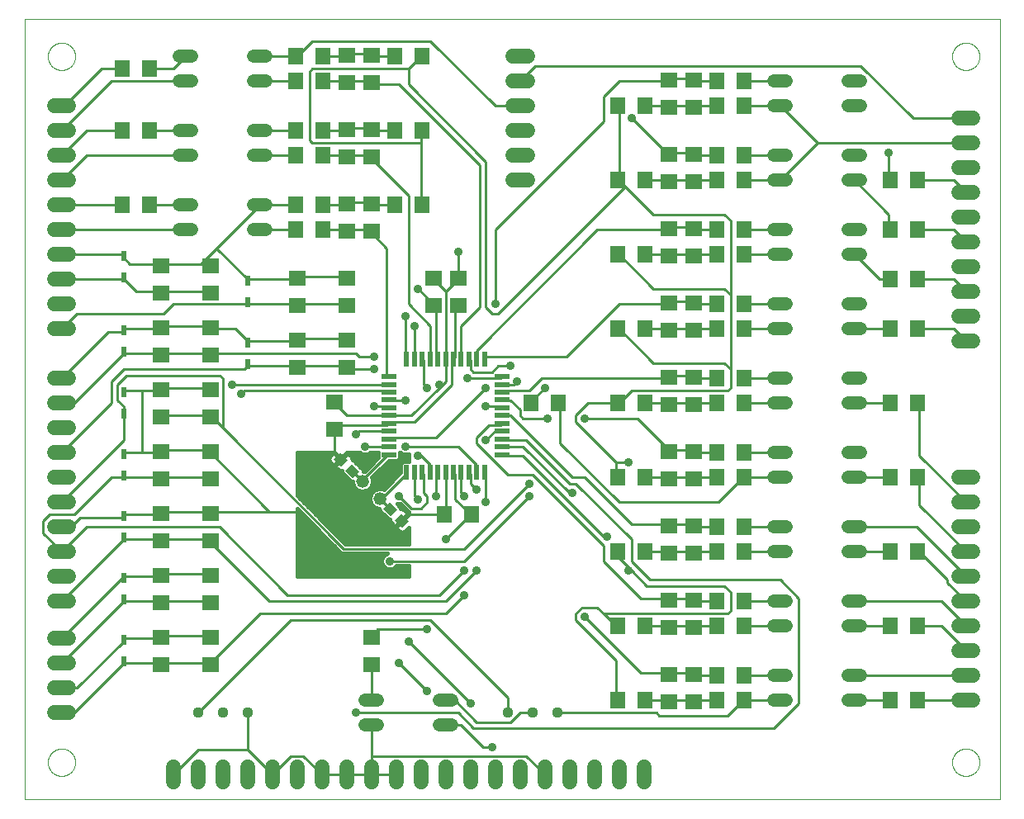
<source format=gtl>
G75*
%MOIN*%
%OFA0B0*%
%FSLAX25Y25*%
%IPPOS*%
%LPD*%
%AMOC8*
5,1,8,0,0,1.08239X$1,22.5*
%
%ADD10C,0.00000*%
%ADD11R,0.05906X0.01969*%
%ADD12R,0.01969X0.05906*%
%ADD13R,0.06299X0.07087*%
%ADD14R,0.07087X0.06299*%
%ADD15R,0.07098X0.06299*%
%ADD16C,0.05200*%
%ADD17R,0.06299X0.07098*%
%ADD18C,0.06000*%
%ADD19C,0.04400*%
%ADD20R,0.02362X0.03937*%
%ADD21C,0.05200*%
%ADD22R,0.04331X0.03937*%
%ADD23C,0.05937*%
%ADD24C,0.01000*%
%ADD25C,0.03600*%
%ADD26C,0.01600*%
D10*
X0008000Y0004500D02*
X0008000Y0319461D01*
X0401701Y0319461D01*
X0401701Y0004500D01*
X0008000Y0004500D01*
X0017488Y0019500D02*
X0017490Y0019648D01*
X0017496Y0019796D01*
X0017506Y0019944D01*
X0017520Y0020091D01*
X0017538Y0020238D01*
X0017559Y0020384D01*
X0017585Y0020530D01*
X0017615Y0020675D01*
X0017648Y0020819D01*
X0017686Y0020962D01*
X0017727Y0021104D01*
X0017772Y0021245D01*
X0017820Y0021385D01*
X0017873Y0021524D01*
X0017929Y0021661D01*
X0017989Y0021796D01*
X0018052Y0021930D01*
X0018119Y0022062D01*
X0018190Y0022192D01*
X0018264Y0022320D01*
X0018341Y0022446D01*
X0018422Y0022570D01*
X0018506Y0022692D01*
X0018593Y0022811D01*
X0018684Y0022928D01*
X0018778Y0023043D01*
X0018874Y0023155D01*
X0018974Y0023265D01*
X0019076Y0023371D01*
X0019182Y0023475D01*
X0019290Y0023576D01*
X0019401Y0023674D01*
X0019514Y0023770D01*
X0019630Y0023862D01*
X0019748Y0023951D01*
X0019869Y0024036D01*
X0019992Y0024119D01*
X0020117Y0024198D01*
X0020244Y0024274D01*
X0020373Y0024346D01*
X0020504Y0024415D01*
X0020637Y0024480D01*
X0020772Y0024541D01*
X0020908Y0024599D01*
X0021045Y0024654D01*
X0021184Y0024704D01*
X0021325Y0024751D01*
X0021466Y0024794D01*
X0021609Y0024834D01*
X0021753Y0024869D01*
X0021897Y0024901D01*
X0022043Y0024928D01*
X0022189Y0024952D01*
X0022336Y0024972D01*
X0022483Y0024988D01*
X0022630Y0025000D01*
X0022778Y0025008D01*
X0022926Y0025012D01*
X0023074Y0025012D01*
X0023222Y0025008D01*
X0023370Y0025000D01*
X0023517Y0024988D01*
X0023664Y0024972D01*
X0023811Y0024952D01*
X0023957Y0024928D01*
X0024103Y0024901D01*
X0024247Y0024869D01*
X0024391Y0024834D01*
X0024534Y0024794D01*
X0024675Y0024751D01*
X0024816Y0024704D01*
X0024955Y0024654D01*
X0025092Y0024599D01*
X0025228Y0024541D01*
X0025363Y0024480D01*
X0025496Y0024415D01*
X0025627Y0024346D01*
X0025756Y0024274D01*
X0025883Y0024198D01*
X0026008Y0024119D01*
X0026131Y0024036D01*
X0026252Y0023951D01*
X0026370Y0023862D01*
X0026486Y0023770D01*
X0026599Y0023674D01*
X0026710Y0023576D01*
X0026818Y0023475D01*
X0026924Y0023371D01*
X0027026Y0023265D01*
X0027126Y0023155D01*
X0027222Y0023043D01*
X0027316Y0022928D01*
X0027407Y0022811D01*
X0027494Y0022692D01*
X0027578Y0022570D01*
X0027659Y0022446D01*
X0027736Y0022320D01*
X0027810Y0022192D01*
X0027881Y0022062D01*
X0027948Y0021930D01*
X0028011Y0021796D01*
X0028071Y0021661D01*
X0028127Y0021524D01*
X0028180Y0021385D01*
X0028228Y0021245D01*
X0028273Y0021104D01*
X0028314Y0020962D01*
X0028352Y0020819D01*
X0028385Y0020675D01*
X0028415Y0020530D01*
X0028441Y0020384D01*
X0028462Y0020238D01*
X0028480Y0020091D01*
X0028494Y0019944D01*
X0028504Y0019796D01*
X0028510Y0019648D01*
X0028512Y0019500D01*
X0028510Y0019352D01*
X0028504Y0019204D01*
X0028494Y0019056D01*
X0028480Y0018909D01*
X0028462Y0018762D01*
X0028441Y0018616D01*
X0028415Y0018470D01*
X0028385Y0018325D01*
X0028352Y0018181D01*
X0028314Y0018038D01*
X0028273Y0017896D01*
X0028228Y0017755D01*
X0028180Y0017615D01*
X0028127Y0017476D01*
X0028071Y0017339D01*
X0028011Y0017204D01*
X0027948Y0017070D01*
X0027881Y0016938D01*
X0027810Y0016808D01*
X0027736Y0016680D01*
X0027659Y0016554D01*
X0027578Y0016430D01*
X0027494Y0016308D01*
X0027407Y0016189D01*
X0027316Y0016072D01*
X0027222Y0015957D01*
X0027126Y0015845D01*
X0027026Y0015735D01*
X0026924Y0015629D01*
X0026818Y0015525D01*
X0026710Y0015424D01*
X0026599Y0015326D01*
X0026486Y0015230D01*
X0026370Y0015138D01*
X0026252Y0015049D01*
X0026131Y0014964D01*
X0026008Y0014881D01*
X0025883Y0014802D01*
X0025756Y0014726D01*
X0025627Y0014654D01*
X0025496Y0014585D01*
X0025363Y0014520D01*
X0025228Y0014459D01*
X0025092Y0014401D01*
X0024955Y0014346D01*
X0024816Y0014296D01*
X0024675Y0014249D01*
X0024534Y0014206D01*
X0024391Y0014166D01*
X0024247Y0014131D01*
X0024103Y0014099D01*
X0023957Y0014072D01*
X0023811Y0014048D01*
X0023664Y0014028D01*
X0023517Y0014012D01*
X0023370Y0014000D01*
X0023222Y0013992D01*
X0023074Y0013988D01*
X0022926Y0013988D01*
X0022778Y0013992D01*
X0022630Y0014000D01*
X0022483Y0014012D01*
X0022336Y0014028D01*
X0022189Y0014048D01*
X0022043Y0014072D01*
X0021897Y0014099D01*
X0021753Y0014131D01*
X0021609Y0014166D01*
X0021466Y0014206D01*
X0021325Y0014249D01*
X0021184Y0014296D01*
X0021045Y0014346D01*
X0020908Y0014401D01*
X0020772Y0014459D01*
X0020637Y0014520D01*
X0020504Y0014585D01*
X0020373Y0014654D01*
X0020244Y0014726D01*
X0020117Y0014802D01*
X0019992Y0014881D01*
X0019869Y0014964D01*
X0019748Y0015049D01*
X0019630Y0015138D01*
X0019514Y0015230D01*
X0019401Y0015326D01*
X0019290Y0015424D01*
X0019182Y0015525D01*
X0019076Y0015629D01*
X0018974Y0015735D01*
X0018874Y0015845D01*
X0018778Y0015957D01*
X0018684Y0016072D01*
X0018593Y0016189D01*
X0018506Y0016308D01*
X0018422Y0016430D01*
X0018341Y0016554D01*
X0018264Y0016680D01*
X0018190Y0016808D01*
X0018119Y0016938D01*
X0018052Y0017070D01*
X0017989Y0017204D01*
X0017929Y0017339D01*
X0017873Y0017476D01*
X0017820Y0017615D01*
X0017772Y0017755D01*
X0017727Y0017896D01*
X0017686Y0018038D01*
X0017648Y0018181D01*
X0017615Y0018325D01*
X0017585Y0018470D01*
X0017559Y0018616D01*
X0017538Y0018762D01*
X0017520Y0018909D01*
X0017506Y0019056D01*
X0017496Y0019204D01*
X0017490Y0019352D01*
X0017488Y0019500D01*
X0017488Y0304500D02*
X0017490Y0304648D01*
X0017496Y0304796D01*
X0017506Y0304944D01*
X0017520Y0305091D01*
X0017538Y0305238D01*
X0017559Y0305384D01*
X0017585Y0305530D01*
X0017615Y0305675D01*
X0017648Y0305819D01*
X0017686Y0305962D01*
X0017727Y0306104D01*
X0017772Y0306245D01*
X0017820Y0306385D01*
X0017873Y0306524D01*
X0017929Y0306661D01*
X0017989Y0306796D01*
X0018052Y0306930D01*
X0018119Y0307062D01*
X0018190Y0307192D01*
X0018264Y0307320D01*
X0018341Y0307446D01*
X0018422Y0307570D01*
X0018506Y0307692D01*
X0018593Y0307811D01*
X0018684Y0307928D01*
X0018778Y0308043D01*
X0018874Y0308155D01*
X0018974Y0308265D01*
X0019076Y0308371D01*
X0019182Y0308475D01*
X0019290Y0308576D01*
X0019401Y0308674D01*
X0019514Y0308770D01*
X0019630Y0308862D01*
X0019748Y0308951D01*
X0019869Y0309036D01*
X0019992Y0309119D01*
X0020117Y0309198D01*
X0020244Y0309274D01*
X0020373Y0309346D01*
X0020504Y0309415D01*
X0020637Y0309480D01*
X0020772Y0309541D01*
X0020908Y0309599D01*
X0021045Y0309654D01*
X0021184Y0309704D01*
X0021325Y0309751D01*
X0021466Y0309794D01*
X0021609Y0309834D01*
X0021753Y0309869D01*
X0021897Y0309901D01*
X0022043Y0309928D01*
X0022189Y0309952D01*
X0022336Y0309972D01*
X0022483Y0309988D01*
X0022630Y0310000D01*
X0022778Y0310008D01*
X0022926Y0310012D01*
X0023074Y0310012D01*
X0023222Y0310008D01*
X0023370Y0310000D01*
X0023517Y0309988D01*
X0023664Y0309972D01*
X0023811Y0309952D01*
X0023957Y0309928D01*
X0024103Y0309901D01*
X0024247Y0309869D01*
X0024391Y0309834D01*
X0024534Y0309794D01*
X0024675Y0309751D01*
X0024816Y0309704D01*
X0024955Y0309654D01*
X0025092Y0309599D01*
X0025228Y0309541D01*
X0025363Y0309480D01*
X0025496Y0309415D01*
X0025627Y0309346D01*
X0025756Y0309274D01*
X0025883Y0309198D01*
X0026008Y0309119D01*
X0026131Y0309036D01*
X0026252Y0308951D01*
X0026370Y0308862D01*
X0026486Y0308770D01*
X0026599Y0308674D01*
X0026710Y0308576D01*
X0026818Y0308475D01*
X0026924Y0308371D01*
X0027026Y0308265D01*
X0027126Y0308155D01*
X0027222Y0308043D01*
X0027316Y0307928D01*
X0027407Y0307811D01*
X0027494Y0307692D01*
X0027578Y0307570D01*
X0027659Y0307446D01*
X0027736Y0307320D01*
X0027810Y0307192D01*
X0027881Y0307062D01*
X0027948Y0306930D01*
X0028011Y0306796D01*
X0028071Y0306661D01*
X0028127Y0306524D01*
X0028180Y0306385D01*
X0028228Y0306245D01*
X0028273Y0306104D01*
X0028314Y0305962D01*
X0028352Y0305819D01*
X0028385Y0305675D01*
X0028415Y0305530D01*
X0028441Y0305384D01*
X0028462Y0305238D01*
X0028480Y0305091D01*
X0028494Y0304944D01*
X0028504Y0304796D01*
X0028510Y0304648D01*
X0028512Y0304500D01*
X0028510Y0304352D01*
X0028504Y0304204D01*
X0028494Y0304056D01*
X0028480Y0303909D01*
X0028462Y0303762D01*
X0028441Y0303616D01*
X0028415Y0303470D01*
X0028385Y0303325D01*
X0028352Y0303181D01*
X0028314Y0303038D01*
X0028273Y0302896D01*
X0028228Y0302755D01*
X0028180Y0302615D01*
X0028127Y0302476D01*
X0028071Y0302339D01*
X0028011Y0302204D01*
X0027948Y0302070D01*
X0027881Y0301938D01*
X0027810Y0301808D01*
X0027736Y0301680D01*
X0027659Y0301554D01*
X0027578Y0301430D01*
X0027494Y0301308D01*
X0027407Y0301189D01*
X0027316Y0301072D01*
X0027222Y0300957D01*
X0027126Y0300845D01*
X0027026Y0300735D01*
X0026924Y0300629D01*
X0026818Y0300525D01*
X0026710Y0300424D01*
X0026599Y0300326D01*
X0026486Y0300230D01*
X0026370Y0300138D01*
X0026252Y0300049D01*
X0026131Y0299964D01*
X0026008Y0299881D01*
X0025883Y0299802D01*
X0025756Y0299726D01*
X0025627Y0299654D01*
X0025496Y0299585D01*
X0025363Y0299520D01*
X0025228Y0299459D01*
X0025092Y0299401D01*
X0024955Y0299346D01*
X0024816Y0299296D01*
X0024675Y0299249D01*
X0024534Y0299206D01*
X0024391Y0299166D01*
X0024247Y0299131D01*
X0024103Y0299099D01*
X0023957Y0299072D01*
X0023811Y0299048D01*
X0023664Y0299028D01*
X0023517Y0299012D01*
X0023370Y0299000D01*
X0023222Y0298992D01*
X0023074Y0298988D01*
X0022926Y0298988D01*
X0022778Y0298992D01*
X0022630Y0299000D01*
X0022483Y0299012D01*
X0022336Y0299028D01*
X0022189Y0299048D01*
X0022043Y0299072D01*
X0021897Y0299099D01*
X0021753Y0299131D01*
X0021609Y0299166D01*
X0021466Y0299206D01*
X0021325Y0299249D01*
X0021184Y0299296D01*
X0021045Y0299346D01*
X0020908Y0299401D01*
X0020772Y0299459D01*
X0020637Y0299520D01*
X0020504Y0299585D01*
X0020373Y0299654D01*
X0020244Y0299726D01*
X0020117Y0299802D01*
X0019992Y0299881D01*
X0019869Y0299964D01*
X0019748Y0300049D01*
X0019630Y0300138D01*
X0019514Y0300230D01*
X0019401Y0300326D01*
X0019290Y0300424D01*
X0019182Y0300525D01*
X0019076Y0300629D01*
X0018974Y0300735D01*
X0018874Y0300845D01*
X0018778Y0300957D01*
X0018684Y0301072D01*
X0018593Y0301189D01*
X0018506Y0301308D01*
X0018422Y0301430D01*
X0018341Y0301554D01*
X0018264Y0301680D01*
X0018190Y0301808D01*
X0018119Y0301938D01*
X0018052Y0302070D01*
X0017989Y0302204D01*
X0017929Y0302339D01*
X0017873Y0302476D01*
X0017820Y0302615D01*
X0017772Y0302755D01*
X0017727Y0302896D01*
X0017686Y0303038D01*
X0017648Y0303181D01*
X0017615Y0303325D01*
X0017585Y0303470D01*
X0017559Y0303616D01*
X0017538Y0303762D01*
X0017520Y0303909D01*
X0017506Y0304056D01*
X0017496Y0304204D01*
X0017490Y0304352D01*
X0017488Y0304500D01*
X0382488Y0304500D02*
X0382490Y0304648D01*
X0382496Y0304796D01*
X0382506Y0304944D01*
X0382520Y0305091D01*
X0382538Y0305238D01*
X0382559Y0305384D01*
X0382585Y0305530D01*
X0382615Y0305675D01*
X0382648Y0305819D01*
X0382686Y0305962D01*
X0382727Y0306104D01*
X0382772Y0306245D01*
X0382820Y0306385D01*
X0382873Y0306524D01*
X0382929Y0306661D01*
X0382989Y0306796D01*
X0383052Y0306930D01*
X0383119Y0307062D01*
X0383190Y0307192D01*
X0383264Y0307320D01*
X0383341Y0307446D01*
X0383422Y0307570D01*
X0383506Y0307692D01*
X0383593Y0307811D01*
X0383684Y0307928D01*
X0383778Y0308043D01*
X0383874Y0308155D01*
X0383974Y0308265D01*
X0384076Y0308371D01*
X0384182Y0308475D01*
X0384290Y0308576D01*
X0384401Y0308674D01*
X0384514Y0308770D01*
X0384630Y0308862D01*
X0384748Y0308951D01*
X0384869Y0309036D01*
X0384992Y0309119D01*
X0385117Y0309198D01*
X0385244Y0309274D01*
X0385373Y0309346D01*
X0385504Y0309415D01*
X0385637Y0309480D01*
X0385772Y0309541D01*
X0385908Y0309599D01*
X0386045Y0309654D01*
X0386184Y0309704D01*
X0386325Y0309751D01*
X0386466Y0309794D01*
X0386609Y0309834D01*
X0386753Y0309869D01*
X0386897Y0309901D01*
X0387043Y0309928D01*
X0387189Y0309952D01*
X0387336Y0309972D01*
X0387483Y0309988D01*
X0387630Y0310000D01*
X0387778Y0310008D01*
X0387926Y0310012D01*
X0388074Y0310012D01*
X0388222Y0310008D01*
X0388370Y0310000D01*
X0388517Y0309988D01*
X0388664Y0309972D01*
X0388811Y0309952D01*
X0388957Y0309928D01*
X0389103Y0309901D01*
X0389247Y0309869D01*
X0389391Y0309834D01*
X0389534Y0309794D01*
X0389675Y0309751D01*
X0389816Y0309704D01*
X0389955Y0309654D01*
X0390092Y0309599D01*
X0390228Y0309541D01*
X0390363Y0309480D01*
X0390496Y0309415D01*
X0390627Y0309346D01*
X0390756Y0309274D01*
X0390883Y0309198D01*
X0391008Y0309119D01*
X0391131Y0309036D01*
X0391252Y0308951D01*
X0391370Y0308862D01*
X0391486Y0308770D01*
X0391599Y0308674D01*
X0391710Y0308576D01*
X0391818Y0308475D01*
X0391924Y0308371D01*
X0392026Y0308265D01*
X0392126Y0308155D01*
X0392222Y0308043D01*
X0392316Y0307928D01*
X0392407Y0307811D01*
X0392494Y0307692D01*
X0392578Y0307570D01*
X0392659Y0307446D01*
X0392736Y0307320D01*
X0392810Y0307192D01*
X0392881Y0307062D01*
X0392948Y0306930D01*
X0393011Y0306796D01*
X0393071Y0306661D01*
X0393127Y0306524D01*
X0393180Y0306385D01*
X0393228Y0306245D01*
X0393273Y0306104D01*
X0393314Y0305962D01*
X0393352Y0305819D01*
X0393385Y0305675D01*
X0393415Y0305530D01*
X0393441Y0305384D01*
X0393462Y0305238D01*
X0393480Y0305091D01*
X0393494Y0304944D01*
X0393504Y0304796D01*
X0393510Y0304648D01*
X0393512Y0304500D01*
X0393510Y0304352D01*
X0393504Y0304204D01*
X0393494Y0304056D01*
X0393480Y0303909D01*
X0393462Y0303762D01*
X0393441Y0303616D01*
X0393415Y0303470D01*
X0393385Y0303325D01*
X0393352Y0303181D01*
X0393314Y0303038D01*
X0393273Y0302896D01*
X0393228Y0302755D01*
X0393180Y0302615D01*
X0393127Y0302476D01*
X0393071Y0302339D01*
X0393011Y0302204D01*
X0392948Y0302070D01*
X0392881Y0301938D01*
X0392810Y0301808D01*
X0392736Y0301680D01*
X0392659Y0301554D01*
X0392578Y0301430D01*
X0392494Y0301308D01*
X0392407Y0301189D01*
X0392316Y0301072D01*
X0392222Y0300957D01*
X0392126Y0300845D01*
X0392026Y0300735D01*
X0391924Y0300629D01*
X0391818Y0300525D01*
X0391710Y0300424D01*
X0391599Y0300326D01*
X0391486Y0300230D01*
X0391370Y0300138D01*
X0391252Y0300049D01*
X0391131Y0299964D01*
X0391008Y0299881D01*
X0390883Y0299802D01*
X0390756Y0299726D01*
X0390627Y0299654D01*
X0390496Y0299585D01*
X0390363Y0299520D01*
X0390228Y0299459D01*
X0390092Y0299401D01*
X0389955Y0299346D01*
X0389816Y0299296D01*
X0389675Y0299249D01*
X0389534Y0299206D01*
X0389391Y0299166D01*
X0389247Y0299131D01*
X0389103Y0299099D01*
X0388957Y0299072D01*
X0388811Y0299048D01*
X0388664Y0299028D01*
X0388517Y0299012D01*
X0388370Y0299000D01*
X0388222Y0298992D01*
X0388074Y0298988D01*
X0387926Y0298988D01*
X0387778Y0298992D01*
X0387630Y0299000D01*
X0387483Y0299012D01*
X0387336Y0299028D01*
X0387189Y0299048D01*
X0387043Y0299072D01*
X0386897Y0299099D01*
X0386753Y0299131D01*
X0386609Y0299166D01*
X0386466Y0299206D01*
X0386325Y0299249D01*
X0386184Y0299296D01*
X0386045Y0299346D01*
X0385908Y0299401D01*
X0385772Y0299459D01*
X0385637Y0299520D01*
X0385504Y0299585D01*
X0385373Y0299654D01*
X0385244Y0299726D01*
X0385117Y0299802D01*
X0384992Y0299881D01*
X0384869Y0299964D01*
X0384748Y0300049D01*
X0384630Y0300138D01*
X0384514Y0300230D01*
X0384401Y0300326D01*
X0384290Y0300424D01*
X0384182Y0300525D01*
X0384076Y0300629D01*
X0383974Y0300735D01*
X0383874Y0300845D01*
X0383778Y0300957D01*
X0383684Y0301072D01*
X0383593Y0301189D01*
X0383506Y0301308D01*
X0383422Y0301430D01*
X0383341Y0301554D01*
X0383264Y0301680D01*
X0383190Y0301808D01*
X0383119Y0301938D01*
X0383052Y0302070D01*
X0382989Y0302204D01*
X0382929Y0302339D01*
X0382873Y0302476D01*
X0382820Y0302615D01*
X0382772Y0302755D01*
X0382727Y0302896D01*
X0382686Y0303038D01*
X0382648Y0303181D01*
X0382615Y0303325D01*
X0382585Y0303470D01*
X0382559Y0303616D01*
X0382538Y0303762D01*
X0382520Y0303909D01*
X0382506Y0304056D01*
X0382496Y0304204D01*
X0382490Y0304352D01*
X0382488Y0304500D01*
X0382488Y0019500D02*
X0382490Y0019648D01*
X0382496Y0019796D01*
X0382506Y0019944D01*
X0382520Y0020091D01*
X0382538Y0020238D01*
X0382559Y0020384D01*
X0382585Y0020530D01*
X0382615Y0020675D01*
X0382648Y0020819D01*
X0382686Y0020962D01*
X0382727Y0021104D01*
X0382772Y0021245D01*
X0382820Y0021385D01*
X0382873Y0021524D01*
X0382929Y0021661D01*
X0382989Y0021796D01*
X0383052Y0021930D01*
X0383119Y0022062D01*
X0383190Y0022192D01*
X0383264Y0022320D01*
X0383341Y0022446D01*
X0383422Y0022570D01*
X0383506Y0022692D01*
X0383593Y0022811D01*
X0383684Y0022928D01*
X0383778Y0023043D01*
X0383874Y0023155D01*
X0383974Y0023265D01*
X0384076Y0023371D01*
X0384182Y0023475D01*
X0384290Y0023576D01*
X0384401Y0023674D01*
X0384514Y0023770D01*
X0384630Y0023862D01*
X0384748Y0023951D01*
X0384869Y0024036D01*
X0384992Y0024119D01*
X0385117Y0024198D01*
X0385244Y0024274D01*
X0385373Y0024346D01*
X0385504Y0024415D01*
X0385637Y0024480D01*
X0385772Y0024541D01*
X0385908Y0024599D01*
X0386045Y0024654D01*
X0386184Y0024704D01*
X0386325Y0024751D01*
X0386466Y0024794D01*
X0386609Y0024834D01*
X0386753Y0024869D01*
X0386897Y0024901D01*
X0387043Y0024928D01*
X0387189Y0024952D01*
X0387336Y0024972D01*
X0387483Y0024988D01*
X0387630Y0025000D01*
X0387778Y0025008D01*
X0387926Y0025012D01*
X0388074Y0025012D01*
X0388222Y0025008D01*
X0388370Y0025000D01*
X0388517Y0024988D01*
X0388664Y0024972D01*
X0388811Y0024952D01*
X0388957Y0024928D01*
X0389103Y0024901D01*
X0389247Y0024869D01*
X0389391Y0024834D01*
X0389534Y0024794D01*
X0389675Y0024751D01*
X0389816Y0024704D01*
X0389955Y0024654D01*
X0390092Y0024599D01*
X0390228Y0024541D01*
X0390363Y0024480D01*
X0390496Y0024415D01*
X0390627Y0024346D01*
X0390756Y0024274D01*
X0390883Y0024198D01*
X0391008Y0024119D01*
X0391131Y0024036D01*
X0391252Y0023951D01*
X0391370Y0023862D01*
X0391486Y0023770D01*
X0391599Y0023674D01*
X0391710Y0023576D01*
X0391818Y0023475D01*
X0391924Y0023371D01*
X0392026Y0023265D01*
X0392126Y0023155D01*
X0392222Y0023043D01*
X0392316Y0022928D01*
X0392407Y0022811D01*
X0392494Y0022692D01*
X0392578Y0022570D01*
X0392659Y0022446D01*
X0392736Y0022320D01*
X0392810Y0022192D01*
X0392881Y0022062D01*
X0392948Y0021930D01*
X0393011Y0021796D01*
X0393071Y0021661D01*
X0393127Y0021524D01*
X0393180Y0021385D01*
X0393228Y0021245D01*
X0393273Y0021104D01*
X0393314Y0020962D01*
X0393352Y0020819D01*
X0393385Y0020675D01*
X0393415Y0020530D01*
X0393441Y0020384D01*
X0393462Y0020238D01*
X0393480Y0020091D01*
X0393494Y0019944D01*
X0393504Y0019796D01*
X0393510Y0019648D01*
X0393512Y0019500D01*
X0393510Y0019352D01*
X0393504Y0019204D01*
X0393494Y0019056D01*
X0393480Y0018909D01*
X0393462Y0018762D01*
X0393441Y0018616D01*
X0393415Y0018470D01*
X0393385Y0018325D01*
X0393352Y0018181D01*
X0393314Y0018038D01*
X0393273Y0017896D01*
X0393228Y0017755D01*
X0393180Y0017615D01*
X0393127Y0017476D01*
X0393071Y0017339D01*
X0393011Y0017204D01*
X0392948Y0017070D01*
X0392881Y0016938D01*
X0392810Y0016808D01*
X0392736Y0016680D01*
X0392659Y0016554D01*
X0392578Y0016430D01*
X0392494Y0016308D01*
X0392407Y0016189D01*
X0392316Y0016072D01*
X0392222Y0015957D01*
X0392126Y0015845D01*
X0392026Y0015735D01*
X0391924Y0015629D01*
X0391818Y0015525D01*
X0391710Y0015424D01*
X0391599Y0015326D01*
X0391486Y0015230D01*
X0391370Y0015138D01*
X0391252Y0015049D01*
X0391131Y0014964D01*
X0391008Y0014881D01*
X0390883Y0014802D01*
X0390756Y0014726D01*
X0390627Y0014654D01*
X0390496Y0014585D01*
X0390363Y0014520D01*
X0390228Y0014459D01*
X0390092Y0014401D01*
X0389955Y0014346D01*
X0389816Y0014296D01*
X0389675Y0014249D01*
X0389534Y0014206D01*
X0389391Y0014166D01*
X0389247Y0014131D01*
X0389103Y0014099D01*
X0388957Y0014072D01*
X0388811Y0014048D01*
X0388664Y0014028D01*
X0388517Y0014012D01*
X0388370Y0014000D01*
X0388222Y0013992D01*
X0388074Y0013988D01*
X0387926Y0013988D01*
X0387778Y0013992D01*
X0387630Y0014000D01*
X0387483Y0014012D01*
X0387336Y0014028D01*
X0387189Y0014048D01*
X0387043Y0014072D01*
X0386897Y0014099D01*
X0386753Y0014131D01*
X0386609Y0014166D01*
X0386466Y0014206D01*
X0386325Y0014249D01*
X0386184Y0014296D01*
X0386045Y0014346D01*
X0385908Y0014401D01*
X0385772Y0014459D01*
X0385637Y0014520D01*
X0385504Y0014585D01*
X0385373Y0014654D01*
X0385244Y0014726D01*
X0385117Y0014802D01*
X0384992Y0014881D01*
X0384869Y0014964D01*
X0384748Y0015049D01*
X0384630Y0015138D01*
X0384514Y0015230D01*
X0384401Y0015326D01*
X0384290Y0015424D01*
X0384182Y0015525D01*
X0384076Y0015629D01*
X0383974Y0015735D01*
X0383874Y0015845D01*
X0383778Y0015957D01*
X0383684Y0016072D01*
X0383593Y0016189D01*
X0383506Y0016308D01*
X0383422Y0016430D01*
X0383341Y0016554D01*
X0383264Y0016680D01*
X0383190Y0016808D01*
X0383119Y0016938D01*
X0383052Y0017070D01*
X0382989Y0017204D01*
X0382929Y0017339D01*
X0382873Y0017476D01*
X0382820Y0017615D01*
X0382772Y0017755D01*
X0382727Y0017896D01*
X0382686Y0018038D01*
X0382648Y0018181D01*
X0382615Y0018325D01*
X0382585Y0018470D01*
X0382559Y0018616D01*
X0382538Y0018762D01*
X0382520Y0018909D01*
X0382506Y0019056D01*
X0382496Y0019204D01*
X0382490Y0019352D01*
X0382488Y0019500D01*
D11*
X0200835Y0143752D03*
X0200835Y0146902D03*
X0200835Y0150051D03*
X0200835Y0153201D03*
X0200835Y0156350D03*
X0200835Y0159500D03*
X0200835Y0162650D03*
X0200835Y0165799D03*
X0200835Y0168949D03*
X0200835Y0172098D03*
X0200835Y0175248D03*
X0155165Y0175248D03*
X0155165Y0172098D03*
X0155165Y0168949D03*
X0155165Y0165799D03*
X0155165Y0162650D03*
X0155165Y0159500D03*
X0155165Y0156350D03*
X0155165Y0153201D03*
X0155165Y0150051D03*
X0155165Y0146902D03*
X0155165Y0143752D03*
D12*
X0162252Y0136665D03*
X0165402Y0136665D03*
X0168551Y0136665D03*
X0171701Y0136665D03*
X0174850Y0136665D03*
X0178000Y0136665D03*
X0181150Y0136665D03*
X0184299Y0136665D03*
X0187449Y0136665D03*
X0190598Y0136665D03*
X0193748Y0136665D03*
X0193748Y0182335D03*
X0190598Y0182335D03*
X0187449Y0182335D03*
X0184299Y0182335D03*
X0181150Y0182335D03*
X0178000Y0182335D03*
X0174850Y0182335D03*
X0171701Y0182335D03*
X0168551Y0182335D03*
X0165402Y0182335D03*
X0162252Y0182335D03*
D13*
X0212488Y0164500D03*
X0223512Y0164500D03*
X0188512Y0119500D03*
X0177488Y0119500D03*
D14*
X0133000Y0153988D03*
X0133000Y0165012D03*
X0138000Y0178988D03*
X0138000Y0190012D03*
X0138000Y0203988D03*
X0138000Y0215012D03*
X0183000Y0215012D03*
X0183000Y0203988D03*
X0083000Y0208988D03*
X0083000Y0220012D03*
X0083000Y0195012D03*
X0083000Y0183988D03*
X0083000Y0170012D03*
X0083000Y0158988D03*
X0083000Y0145012D03*
X0083000Y0133988D03*
X0083000Y0120012D03*
X0083000Y0108988D03*
X0083000Y0095012D03*
X0083000Y0083988D03*
X0083000Y0070012D03*
X0083000Y0058988D03*
D15*
X0063000Y0058902D03*
X0063000Y0070098D03*
X0063000Y0083902D03*
X0063000Y0095098D03*
X0063000Y0108902D03*
X0063000Y0120098D03*
X0063000Y0133902D03*
X0063000Y0145098D03*
X0063000Y0158902D03*
X0063000Y0170098D03*
X0063000Y0183902D03*
X0063000Y0195098D03*
X0063000Y0208902D03*
X0063000Y0220098D03*
X0118000Y0215098D03*
X0118000Y0203902D03*
X0118000Y0190098D03*
X0118000Y0178902D03*
X0173000Y0203902D03*
X0173000Y0215098D03*
X0148000Y0233902D03*
X0138000Y0233902D03*
X0138000Y0245098D03*
X0148000Y0245098D03*
X0148000Y0263902D03*
X0138000Y0263902D03*
X0138000Y0275098D03*
X0148000Y0275098D03*
X0148000Y0293902D03*
X0138000Y0293902D03*
X0138000Y0305098D03*
X0148000Y0305098D03*
X0268000Y0295098D03*
X0278000Y0295098D03*
X0278000Y0283902D03*
X0268000Y0283902D03*
X0268000Y0265098D03*
X0278000Y0265098D03*
X0278000Y0253902D03*
X0268000Y0253902D03*
X0268000Y0235098D03*
X0278000Y0235098D03*
X0278000Y0223902D03*
X0268000Y0223902D03*
X0268000Y0205098D03*
X0278000Y0205098D03*
X0278000Y0193902D03*
X0268000Y0193902D03*
X0268000Y0175098D03*
X0278000Y0175098D03*
X0278000Y0163902D03*
X0268000Y0163902D03*
X0268000Y0145098D03*
X0278000Y0145098D03*
X0278000Y0133902D03*
X0268000Y0133902D03*
X0268000Y0115098D03*
X0278000Y0115098D03*
X0278000Y0103902D03*
X0268000Y0103902D03*
X0268000Y0085098D03*
X0278000Y0085098D03*
X0278000Y0073902D03*
X0268000Y0073902D03*
X0268000Y0055098D03*
X0278000Y0055098D03*
X0278000Y0043902D03*
X0268000Y0043902D03*
X0148000Y0058902D03*
X0148000Y0070098D03*
D16*
X0145400Y0044500D02*
X0150600Y0044500D01*
X0150600Y0034500D02*
X0145400Y0034500D01*
X0175400Y0034500D02*
X0180600Y0034500D01*
X0180600Y0044500D02*
X0175400Y0044500D01*
X0310400Y0044500D02*
X0315600Y0044500D01*
X0315600Y0054500D02*
X0310400Y0054500D01*
X0310400Y0074500D02*
X0315600Y0074500D01*
X0315600Y0084500D02*
X0310400Y0084500D01*
X0310400Y0104500D02*
X0315600Y0104500D01*
X0315600Y0114500D02*
X0310400Y0114500D01*
X0310400Y0134500D02*
X0315600Y0134500D01*
X0315600Y0144500D02*
X0310400Y0144500D01*
X0310400Y0164500D02*
X0315600Y0164500D01*
X0315600Y0174500D02*
X0310400Y0174500D01*
X0310400Y0194500D02*
X0315600Y0194500D01*
X0315600Y0204500D02*
X0310400Y0204500D01*
X0310400Y0224500D02*
X0315600Y0224500D01*
X0315600Y0234500D02*
X0310400Y0234500D01*
X0310400Y0254500D02*
X0315600Y0254500D01*
X0315600Y0264500D02*
X0310400Y0264500D01*
X0310400Y0284500D02*
X0315600Y0284500D01*
X0315600Y0294500D02*
X0310400Y0294500D01*
X0340400Y0294500D02*
X0345600Y0294500D01*
X0345600Y0284500D02*
X0340400Y0284500D01*
X0340400Y0264500D02*
X0345600Y0264500D01*
X0345600Y0254500D02*
X0340400Y0254500D01*
X0340400Y0234500D02*
X0345600Y0234500D01*
X0345600Y0224500D02*
X0340400Y0224500D01*
X0340400Y0204500D02*
X0345600Y0204500D01*
X0345600Y0194500D02*
X0340400Y0194500D01*
X0340400Y0174500D02*
X0345600Y0174500D01*
X0345600Y0164500D02*
X0340400Y0164500D01*
X0340400Y0144500D02*
X0345600Y0144500D01*
X0345600Y0134500D02*
X0340400Y0134500D01*
X0340400Y0114500D02*
X0345600Y0114500D01*
X0345600Y0104500D02*
X0340400Y0104500D01*
X0340400Y0084500D02*
X0345600Y0084500D01*
X0345600Y0074500D02*
X0340400Y0074500D01*
X0340400Y0054500D02*
X0345600Y0054500D01*
X0345600Y0044500D02*
X0340400Y0044500D01*
X0105600Y0234500D02*
X0100400Y0234500D01*
X0100400Y0244500D02*
X0105600Y0244500D01*
X0105600Y0264500D02*
X0100400Y0264500D01*
X0100400Y0274500D02*
X0105600Y0274500D01*
X0105600Y0294500D02*
X0100400Y0294500D01*
X0100400Y0304500D02*
X0105600Y0304500D01*
X0075600Y0304500D02*
X0070400Y0304500D01*
X0070400Y0294500D02*
X0075600Y0294500D01*
X0075600Y0274500D02*
X0070400Y0274500D01*
X0070400Y0264500D02*
X0075600Y0264500D01*
X0075600Y0244500D02*
X0070400Y0244500D01*
X0070400Y0234500D02*
X0075600Y0234500D01*
D17*
X0058598Y0244500D03*
X0047402Y0244500D03*
X0047402Y0274500D03*
X0058598Y0274500D03*
X0058598Y0299500D03*
X0047402Y0299500D03*
X0117402Y0294500D03*
X0128598Y0294500D03*
X0128598Y0304500D03*
X0117402Y0304500D03*
X0117402Y0274500D03*
X0117402Y0264500D03*
X0128598Y0264500D03*
X0128598Y0274500D03*
X0157402Y0274500D03*
X0168598Y0274500D03*
X0168598Y0244500D03*
X0157402Y0244500D03*
X0128598Y0244500D03*
X0128598Y0234500D03*
X0117402Y0234500D03*
X0117402Y0244500D03*
X0157402Y0304500D03*
X0168598Y0304500D03*
X0247402Y0284500D03*
X0258598Y0284500D03*
X0287402Y0284500D03*
X0298598Y0284500D03*
X0298598Y0294500D03*
X0287402Y0294500D03*
X0287402Y0264500D03*
X0298598Y0264500D03*
X0298598Y0254500D03*
X0287402Y0254500D03*
X0287402Y0234500D03*
X0298598Y0234500D03*
X0298598Y0224500D03*
X0287402Y0224500D03*
X0287402Y0204500D03*
X0298598Y0204500D03*
X0298598Y0194500D03*
X0287402Y0194500D03*
X0287402Y0174500D03*
X0298598Y0174500D03*
X0298598Y0164500D03*
X0287402Y0164500D03*
X0287402Y0144500D03*
X0298598Y0144500D03*
X0298598Y0134500D03*
X0287402Y0134500D03*
X0287402Y0114500D03*
X0298598Y0114500D03*
X0298598Y0104500D03*
X0287402Y0104500D03*
X0287402Y0084500D03*
X0298598Y0084500D03*
X0298598Y0074500D03*
X0287402Y0074500D03*
X0287402Y0054500D03*
X0298598Y0054500D03*
X0298598Y0044500D03*
X0287402Y0044500D03*
X0258598Y0044500D03*
X0247402Y0044500D03*
X0247402Y0074500D03*
X0258598Y0074500D03*
X0258598Y0104500D03*
X0247402Y0104500D03*
X0247402Y0134500D03*
X0258598Y0134500D03*
X0258598Y0164500D03*
X0247402Y0164500D03*
X0247402Y0194500D03*
X0258598Y0194500D03*
X0258598Y0224500D03*
X0247402Y0224500D03*
X0247402Y0254500D03*
X0258598Y0254500D03*
X0357402Y0254500D03*
X0368598Y0254500D03*
X0368598Y0234500D03*
X0357402Y0234500D03*
X0357402Y0214500D03*
X0368598Y0214500D03*
X0368598Y0194500D03*
X0357402Y0194500D03*
X0357402Y0164500D03*
X0368598Y0164500D03*
X0368598Y0134500D03*
X0357402Y0134500D03*
X0357402Y0104500D03*
X0368598Y0104500D03*
X0368598Y0074500D03*
X0357402Y0074500D03*
X0357402Y0044500D03*
X0368598Y0044500D03*
D18*
X0258000Y0017500D02*
X0258000Y0011500D01*
X0248000Y0011500D02*
X0248000Y0017500D01*
X0238000Y0017500D02*
X0238000Y0011500D01*
X0228000Y0011500D02*
X0228000Y0017500D01*
X0218000Y0017500D02*
X0218000Y0011500D01*
X0208000Y0011500D02*
X0208000Y0017500D01*
X0198000Y0017500D02*
X0198000Y0011500D01*
X0188000Y0011500D02*
X0188000Y0017500D01*
X0178000Y0017500D02*
X0178000Y0011500D01*
X0168000Y0011500D02*
X0168000Y0017500D01*
X0158000Y0017500D02*
X0158000Y0011500D01*
X0148000Y0011500D02*
X0148000Y0017500D01*
X0138000Y0017500D02*
X0138000Y0011500D01*
X0128000Y0011500D02*
X0128000Y0017500D01*
X0118000Y0017500D02*
X0118000Y0011500D01*
X0108000Y0011500D02*
X0108000Y0017500D01*
X0098000Y0017500D02*
X0098000Y0011500D01*
X0088000Y0011500D02*
X0088000Y0017500D01*
X0078000Y0017500D02*
X0078000Y0011500D01*
X0068000Y0011500D02*
X0068000Y0017500D01*
X0205000Y0254500D02*
X0211000Y0254500D01*
X0211000Y0264500D02*
X0205000Y0264500D01*
X0205000Y0274500D02*
X0211000Y0274500D01*
X0211000Y0284500D02*
X0205000Y0284500D01*
X0205000Y0294500D02*
X0211000Y0294500D01*
X0211000Y0304500D02*
X0205000Y0304500D01*
D19*
X0203000Y0039500D03*
X0213000Y0039500D03*
X0223000Y0039500D03*
X0098000Y0039500D03*
X0088000Y0039500D03*
X0078000Y0039500D03*
D20*
X0048000Y0060169D03*
X0048000Y0068831D03*
X0048000Y0085169D03*
X0048000Y0093831D03*
X0048000Y0110169D03*
X0048000Y0118831D03*
X0048000Y0135169D03*
X0048000Y0143831D03*
X0048000Y0160169D03*
X0048000Y0168831D03*
X0048000Y0185169D03*
X0048000Y0193831D03*
X0048000Y0215169D03*
X0048000Y0223831D03*
X0098000Y0213831D03*
X0098000Y0205169D03*
X0098000Y0188831D03*
X0098000Y0180169D03*
D21*
X0144464Y0133036D03*
X0151536Y0125964D03*
D22*
G36*
X0155495Y0124788D02*
X0158556Y0121727D01*
X0155773Y0118944D01*
X0152712Y0122005D01*
X0155495Y0124788D01*
G37*
G36*
X0160227Y0120056D02*
X0163288Y0116995D01*
X0160505Y0114212D01*
X0157444Y0117273D01*
X0160227Y0120056D01*
G37*
G36*
X0140505Y0134212D02*
X0137444Y0137273D01*
X0140227Y0140056D01*
X0143288Y0136995D01*
X0140505Y0134212D01*
G37*
G36*
X0135773Y0138944D02*
X0132712Y0142005D01*
X0135495Y0144788D01*
X0138556Y0141727D01*
X0135773Y0138944D01*
G37*
D23*
X0025969Y0134500D02*
X0020031Y0134500D01*
X0020031Y0124500D02*
X0025969Y0124500D01*
X0025969Y0114500D02*
X0020031Y0114500D01*
X0020031Y0104500D02*
X0025969Y0104500D01*
X0025969Y0094500D02*
X0020031Y0094500D01*
X0020031Y0084500D02*
X0025969Y0084500D01*
X0025969Y0069500D02*
X0020031Y0069500D01*
X0020031Y0059500D02*
X0025969Y0059500D01*
X0025969Y0049500D02*
X0020031Y0049500D01*
X0020031Y0039500D02*
X0025969Y0039500D01*
X0025969Y0144500D02*
X0020031Y0144500D01*
X0020031Y0154500D02*
X0025969Y0154500D01*
X0025969Y0164500D02*
X0020031Y0164500D01*
X0020031Y0174500D02*
X0025969Y0174500D01*
X0025969Y0194500D02*
X0020031Y0194500D01*
X0020031Y0204500D02*
X0025969Y0204500D01*
X0025969Y0214500D02*
X0020031Y0214500D01*
X0020031Y0224500D02*
X0025969Y0224500D01*
X0025969Y0234500D02*
X0020031Y0234500D01*
X0020031Y0244500D02*
X0025969Y0244500D01*
X0025969Y0254500D02*
X0020031Y0254500D01*
X0020031Y0264500D02*
X0025969Y0264500D01*
X0025969Y0274500D02*
X0020031Y0274500D01*
X0020031Y0284500D02*
X0025969Y0284500D01*
X0385031Y0279500D02*
X0390969Y0279500D01*
X0390969Y0269500D02*
X0385031Y0269500D01*
X0385031Y0259500D02*
X0390969Y0259500D01*
X0390969Y0249500D02*
X0385031Y0249500D01*
X0385031Y0239500D02*
X0390969Y0239500D01*
X0390969Y0229500D02*
X0385031Y0229500D01*
X0385031Y0219500D02*
X0390969Y0219500D01*
X0390969Y0209500D02*
X0385031Y0209500D01*
X0385031Y0199500D02*
X0390969Y0199500D01*
X0390969Y0189500D02*
X0385031Y0189500D01*
X0385031Y0134500D02*
X0390969Y0134500D01*
X0390969Y0124500D02*
X0385031Y0124500D01*
X0385031Y0114500D02*
X0390969Y0114500D01*
X0390969Y0104500D02*
X0385031Y0104500D01*
X0385031Y0094500D02*
X0390969Y0094500D01*
X0390969Y0084500D02*
X0385031Y0084500D01*
X0385031Y0074500D02*
X0390969Y0074500D01*
X0390969Y0064500D02*
X0385031Y0064500D01*
X0385031Y0054500D02*
X0390969Y0054500D01*
X0390969Y0044500D02*
X0385031Y0044500D01*
D24*
X0388000Y0044500D02*
X0368598Y0044500D01*
X0357402Y0044500D02*
X0343000Y0044500D01*
X0343000Y0054500D02*
X0388000Y0054500D01*
X0388000Y0064500D02*
X0378000Y0074500D01*
X0368598Y0074500D01*
X0357402Y0074500D02*
X0343000Y0074500D01*
X0343000Y0084500D02*
X0378000Y0084500D01*
X0388000Y0074500D01*
X0388000Y0084500D02*
X0380500Y0092000D01*
X0380500Y0093250D01*
X0369250Y0104500D01*
X0368598Y0104500D01*
X0368000Y0114500D02*
X0388000Y0094500D01*
X0388000Y0104500D02*
X0369250Y0123250D01*
X0369250Y0134500D01*
X0368598Y0134500D01*
X0369250Y0143250D02*
X0388000Y0124500D01*
X0368000Y0114500D02*
X0343000Y0114500D01*
X0343000Y0104500D02*
X0357402Y0104500D01*
X0357402Y0134500D02*
X0343000Y0134500D01*
X0369250Y0143250D02*
X0369250Y0164500D01*
X0368598Y0164500D01*
X0357402Y0164500D02*
X0343000Y0164500D01*
X0313000Y0164500D02*
X0298598Y0164500D01*
X0293000Y0170750D02*
X0291750Y0169500D01*
X0253000Y0169500D01*
X0248000Y0164500D01*
X0247402Y0164500D01*
X0235500Y0164500D01*
X0230500Y0159500D01*
X0230500Y0157000D01*
X0246750Y0140750D01*
X0251750Y0140750D01*
X0246750Y0140750D02*
X0246750Y0134500D01*
X0247402Y0134500D01*
X0248000Y0124500D02*
X0288000Y0124500D01*
X0298000Y0134500D01*
X0298598Y0134500D01*
X0313000Y0134500D01*
X0313000Y0144500D02*
X0298598Y0144500D01*
X0287402Y0144500D02*
X0278000Y0144500D01*
X0278000Y0145098D01*
X0278000Y0145750D01*
X0268000Y0145750D01*
X0268000Y0145098D01*
X0268000Y0145750D02*
X0255500Y0158250D01*
X0234250Y0158250D01*
X0224250Y0164500D02*
X0224250Y0148250D01*
X0248000Y0124500D01*
X0253000Y0115750D02*
X0268000Y0115750D01*
X0268000Y0115098D01*
X0268000Y0115750D02*
X0278000Y0115750D01*
X0278000Y0115098D01*
X0278000Y0114500D01*
X0287402Y0114500D01*
X0298598Y0114500D02*
X0313000Y0114500D01*
X0313000Y0104500D02*
X0298598Y0104500D01*
X0287402Y0104500D02*
X0278000Y0104500D01*
X0278000Y0103902D01*
X0278000Y0104500D02*
X0268000Y0104500D01*
X0268000Y0103902D01*
X0268000Y0104500D02*
X0258598Y0104500D01*
X0253000Y0100750D02*
X0253000Y0109500D01*
X0230500Y0132000D01*
X0228000Y0132000D01*
X0210500Y0149500D01*
X0201750Y0149500D01*
X0200835Y0150051D01*
X0200835Y0146902D02*
X0201750Y0147000D01*
X0209250Y0147000D01*
X0228000Y0128250D01*
X0229250Y0128250D01*
X0229250Y0134500D02*
X0234250Y0134500D01*
X0253000Y0115750D01*
X0243000Y0110750D02*
X0241750Y0110750D01*
X0209250Y0143250D01*
X0201750Y0143250D01*
X0200835Y0143752D01*
X0203000Y0135750D02*
X0213000Y0135750D01*
X0241750Y0107000D01*
X0241750Y0100750D01*
X0256750Y0085750D01*
X0268000Y0085750D01*
X0268000Y0085098D01*
X0268000Y0085750D02*
X0278000Y0085750D01*
X0278000Y0085098D01*
X0278000Y0084500D01*
X0287402Y0084500D01*
X0291750Y0079500D02*
X0293000Y0080750D01*
X0293000Y0088250D01*
X0290500Y0090750D01*
X0259250Y0090750D01*
X0253000Y0097000D01*
X0251750Y0097000D01*
X0253000Y0097000D02*
X0248000Y0102000D01*
X0248000Y0104500D01*
X0247402Y0104500D01*
X0253000Y0100750D02*
X0260500Y0093250D01*
X0313000Y0093250D01*
X0320500Y0085750D01*
X0320500Y0043250D01*
X0310500Y0033250D01*
X0189250Y0033250D01*
X0183000Y0039500D01*
X0141750Y0039500D01*
X0148000Y0034500D02*
X0148000Y0022000D01*
X0210500Y0022000D01*
X0218000Y0014500D01*
X0196750Y0025750D02*
X0193000Y0025750D01*
X0184250Y0034500D01*
X0178000Y0034500D01*
X0178000Y0044500D02*
X0181750Y0044500D01*
X0190500Y0035750D01*
X0204250Y0035750D01*
X0208000Y0039500D01*
X0213000Y0039500D01*
X0223000Y0039500D02*
X0263000Y0039500D01*
X0264250Y0038250D01*
X0291750Y0038250D01*
X0298000Y0044500D01*
X0298598Y0044500D01*
X0313000Y0044500D01*
X0313000Y0054500D02*
X0298598Y0054500D01*
X0287402Y0054500D02*
X0278000Y0054500D01*
X0278000Y0055098D01*
X0278000Y0055750D01*
X0268000Y0055750D01*
X0268000Y0055098D01*
X0268000Y0055750D02*
X0256750Y0055750D01*
X0234250Y0078250D01*
X0233000Y0082000D02*
X0239250Y0082000D01*
X0241750Y0079500D01*
X0291750Y0079500D01*
X0287402Y0074500D02*
X0278000Y0074500D01*
X0278000Y0073902D01*
X0278000Y0074500D02*
X0268000Y0074500D01*
X0268000Y0073902D01*
X0268000Y0074500D02*
X0258598Y0074500D01*
X0247402Y0074500D02*
X0246750Y0074500D01*
X0241750Y0079500D01*
X0233000Y0082000D02*
X0230500Y0079500D01*
X0230500Y0077000D01*
X0246750Y0060750D01*
X0246750Y0044500D01*
X0247402Y0044500D01*
X0258598Y0044500D02*
X0268000Y0044500D01*
X0268000Y0043902D01*
X0268000Y0044500D02*
X0278000Y0044500D01*
X0278000Y0043902D01*
X0278000Y0044500D02*
X0287402Y0044500D01*
X0298598Y0074500D02*
X0313000Y0074500D01*
X0313000Y0084500D02*
X0298598Y0084500D01*
X0287402Y0134500D02*
X0278000Y0134500D01*
X0278000Y0133902D01*
X0278000Y0134500D02*
X0268000Y0134500D01*
X0268000Y0133902D01*
X0268000Y0134500D02*
X0258598Y0134500D01*
X0229250Y0134500D02*
X0204250Y0159500D01*
X0200835Y0159500D01*
X0200835Y0156350D02*
X0200500Y0155750D01*
X0195500Y0155750D01*
X0190500Y0150750D01*
X0190500Y0148250D01*
X0203000Y0135750D01*
X0194250Y0135750D02*
X0193748Y0136665D01*
X0194250Y0135750D02*
X0194250Y0124500D01*
X0188512Y0119500D02*
X0188000Y0119500D01*
X0178000Y0109500D01*
X0185500Y0105750D02*
X0136750Y0105750D01*
X0088000Y0154500D01*
X0088000Y0174500D01*
X0086750Y0175750D01*
X0049250Y0175750D01*
X0045500Y0172000D01*
X0045500Y0165750D01*
X0048000Y0163250D01*
X0048000Y0160169D01*
X0048000Y0149500D01*
X0023000Y0124500D01*
X0018000Y0119500D02*
X0015500Y0117000D01*
X0015500Y0112000D01*
X0023000Y0104500D01*
X0033000Y0114500D01*
X0086750Y0114500D01*
X0114250Y0087000D01*
X0175500Y0087000D01*
X0185500Y0097000D01*
X0185500Y0100750D02*
X0155500Y0100750D01*
X0163000Y0119500D02*
X0163000Y0119507D01*
X0163000Y0119500D02*
X0177488Y0119500D01*
X0178000Y0119500D01*
X0178000Y0136665D01*
X0174850Y0136665D02*
X0174250Y0135750D01*
X0174250Y0127000D01*
X0170500Y0127000D02*
X0170500Y0124500D01*
X0168000Y0122000D01*
X0164250Y0122000D01*
X0159250Y0127000D01*
X0155500Y0122000D02*
X0155634Y0121866D01*
X0155500Y0122000D02*
X0151750Y0125750D01*
X0151536Y0125964D01*
X0151750Y0125750D02*
X0161750Y0135750D01*
X0162252Y0136665D01*
X0165402Y0136665D02*
X0165500Y0135750D01*
X0165500Y0127000D01*
X0166750Y0125750D01*
X0169250Y0128250D02*
X0170500Y0127000D01*
X0169250Y0128250D02*
X0169250Y0135750D01*
X0168551Y0136665D01*
X0171701Y0136665D02*
X0171750Y0137000D01*
X0171750Y0139500D01*
X0168000Y0143250D01*
X0166750Y0143250D01*
X0161750Y0147000D02*
X0183000Y0147000D01*
X0190500Y0139500D01*
X0190500Y0137000D01*
X0190598Y0136665D01*
X0188000Y0135750D02*
X0188000Y0132000D01*
X0190500Y0129500D01*
X0185500Y0127000D02*
X0184250Y0128250D01*
X0184250Y0135750D01*
X0184299Y0136665D01*
X0181750Y0135750D02*
X0181150Y0136665D01*
X0181750Y0135750D02*
X0181750Y0125750D01*
X0188000Y0119500D01*
X0185500Y0105750D02*
X0211750Y0132000D01*
X0211750Y0127000D02*
X0185500Y0100750D01*
X0190500Y0097000D02*
X0178000Y0084500D01*
X0106750Y0084500D01*
X0083000Y0108250D01*
X0083000Y0108988D01*
X0083000Y0109500D01*
X0063000Y0109500D01*
X0063000Y0108902D01*
X0063000Y0109500D02*
X0048000Y0109500D01*
X0048000Y0110169D01*
X0048000Y0109500D02*
X0023000Y0084500D01*
X0023000Y0069500D02*
X0048000Y0094500D01*
X0048000Y0093831D01*
X0048000Y0094500D02*
X0063000Y0094500D01*
X0063000Y0095098D01*
X0063000Y0095750D01*
X0083000Y0095750D01*
X0083000Y0095012D01*
X0083000Y0084500D02*
X0083000Y0083988D01*
X0083000Y0084500D02*
X0063000Y0084500D01*
X0063000Y0083902D01*
X0063000Y0084500D02*
X0048000Y0084500D01*
X0048000Y0085169D01*
X0048000Y0084500D02*
X0023000Y0059500D01*
X0023000Y0049500D02*
X0029250Y0049500D01*
X0048000Y0068250D01*
X0048000Y0068831D01*
X0048000Y0069500D01*
X0063000Y0069500D01*
X0063000Y0070098D01*
X0063000Y0070750D01*
X0083000Y0070750D01*
X0083000Y0070012D01*
X0083000Y0059500D02*
X0083000Y0058988D01*
X0083000Y0059500D02*
X0063000Y0059500D01*
X0063000Y0058902D01*
X0063000Y0059500D02*
X0048000Y0059500D01*
X0048000Y0060169D01*
X0048000Y0059500D02*
X0028000Y0039500D01*
X0023000Y0039500D01*
X0068000Y0014500D02*
X0078000Y0024500D01*
X0098000Y0024500D01*
X0108000Y0014500D01*
X0115500Y0022000D01*
X0120500Y0022000D01*
X0128000Y0014500D01*
X0138000Y0014500D01*
X0148000Y0014500D01*
X0158000Y0014500D01*
X0148000Y0014500D02*
X0148000Y0022000D01*
X0148000Y0044500D02*
X0148000Y0058902D01*
X0159250Y0059500D02*
X0170500Y0048250D01*
X0188000Y0043250D02*
X0163000Y0068250D01*
X0170500Y0073250D02*
X0150500Y0073250D01*
X0148000Y0070750D01*
X0148000Y0070098D01*
X0171750Y0077000D02*
X0115500Y0077000D01*
X0078000Y0039500D01*
X0098000Y0039500D02*
X0098000Y0024500D01*
X0083000Y0059500D02*
X0103000Y0079500D01*
X0178000Y0079500D01*
X0185500Y0087000D01*
X0171750Y0077000D02*
X0203000Y0045750D01*
X0203000Y0039500D01*
X0118000Y0120750D02*
X0106750Y0120750D01*
X0083000Y0144500D01*
X0083000Y0145012D01*
X0083000Y0145750D01*
X0063000Y0145750D01*
X0063000Y0145098D01*
X0063000Y0144500D01*
X0055500Y0144500D01*
X0055500Y0169500D01*
X0048000Y0169500D01*
X0048000Y0168831D01*
X0043000Y0164500D02*
X0043000Y0173250D01*
X0048000Y0178250D01*
X0096750Y0178250D01*
X0098000Y0179500D01*
X0098000Y0180169D01*
X0098000Y0179500D02*
X0118000Y0179500D01*
X0118000Y0178902D01*
X0118000Y0179500D02*
X0138000Y0179500D01*
X0138000Y0178988D01*
X0138000Y0178250D01*
X0149250Y0178250D01*
X0154250Y0175750D02*
X0155165Y0175248D01*
X0154250Y0175750D02*
X0154250Y0227000D01*
X0148000Y0233250D01*
X0148000Y0233902D01*
X0148000Y0234500D01*
X0138000Y0234500D01*
X0138000Y0233902D01*
X0138000Y0234500D02*
X0128598Y0234500D01*
X0128598Y0244500D02*
X0138000Y0244500D01*
X0138000Y0245098D01*
X0138000Y0245750D01*
X0148000Y0245750D01*
X0148000Y0245098D01*
X0148000Y0244500D01*
X0157402Y0244500D01*
X0163000Y0248250D02*
X0148000Y0263250D01*
X0148000Y0263902D01*
X0148000Y0264500D01*
X0138000Y0264500D01*
X0138000Y0263902D01*
X0138000Y0264500D02*
X0128598Y0264500D01*
X0124250Y0269500D02*
X0168000Y0269500D01*
X0168000Y0244500D01*
X0168598Y0244500D01*
X0163000Y0248250D02*
X0163000Y0204500D01*
X0171750Y0195750D01*
X0171750Y0183250D01*
X0171701Y0182335D01*
X0169250Y0182000D02*
X0168551Y0182335D01*
X0169250Y0182000D02*
X0169250Y0172000D01*
X0170500Y0170750D01*
X0175500Y0170750D02*
X0175500Y0172000D01*
X0175500Y0170750D02*
X0164250Y0159500D01*
X0155165Y0159500D01*
X0138000Y0159500D01*
X0133000Y0164500D01*
X0133000Y0165012D01*
X0134250Y0155750D02*
X0133000Y0154500D01*
X0133000Y0153988D01*
X0133000Y0144500D01*
X0132660Y0144500D01*
X0141750Y0152000D02*
X0143000Y0153250D01*
X0154250Y0153250D01*
X0155165Y0153201D01*
X0155500Y0150750D02*
X0155165Y0150051D01*
X0155500Y0150750D02*
X0174250Y0150750D01*
X0194250Y0170750D01*
X0200500Y0174500D02*
X0200835Y0175248D01*
X0200500Y0174500D02*
X0186750Y0174500D01*
X0189250Y0177000D02*
X0188000Y0178250D01*
X0188000Y0182000D01*
X0187449Y0182335D01*
X0190598Y0182335D02*
X0190500Y0183250D01*
X0190500Y0185750D01*
X0239250Y0234500D01*
X0268000Y0234500D01*
X0268000Y0235098D01*
X0268000Y0235750D01*
X0278000Y0235750D01*
X0278000Y0235098D01*
X0278000Y0234500D01*
X0287402Y0234500D01*
X0293000Y0238250D02*
X0293000Y0208250D01*
X0293000Y0178250D01*
X0293000Y0170750D01*
X0287402Y0174500D02*
X0278000Y0174500D01*
X0278000Y0175098D01*
X0278000Y0175750D01*
X0268000Y0175750D01*
X0268000Y0175098D01*
X0268000Y0174500D01*
X0216750Y0174500D01*
X0211750Y0169500D01*
X0201750Y0169500D01*
X0200835Y0168949D01*
X0200835Y0172098D02*
X0201750Y0172000D01*
X0205500Y0172000D01*
X0206750Y0173250D01*
X0204250Y0179500D02*
X0199250Y0179500D01*
X0196750Y0177000D01*
X0189250Y0177000D01*
X0193748Y0182335D02*
X0194250Y0183250D01*
X0226750Y0183250D01*
X0248000Y0204500D01*
X0268000Y0204500D01*
X0268000Y0205098D01*
X0268000Y0205750D01*
X0278000Y0205750D01*
X0278000Y0205098D01*
X0278000Y0204500D01*
X0287402Y0204500D01*
X0293000Y0208250D02*
X0290500Y0210750D01*
X0261750Y0210750D01*
X0248000Y0224500D01*
X0247402Y0224500D01*
X0258598Y0224500D02*
X0268000Y0224500D01*
X0268000Y0223902D01*
X0268000Y0224500D02*
X0278000Y0224500D01*
X0278000Y0223902D01*
X0278000Y0224500D02*
X0287402Y0224500D01*
X0298598Y0224500D02*
X0313000Y0224500D01*
X0313000Y0234500D02*
X0298598Y0234500D01*
X0293000Y0238250D02*
X0290500Y0240750D01*
X0261750Y0240750D01*
X0250500Y0252000D01*
X0247402Y0254500D01*
X0248000Y0254500D01*
X0250500Y0252000D01*
X0199250Y0200750D01*
X0196750Y0200750D01*
X0194250Y0203250D01*
X0194250Y0262000D01*
X0163000Y0293250D01*
X0163000Y0299500D01*
X0124250Y0299500D01*
X0123000Y0298250D01*
X0123000Y0270750D01*
X0124250Y0269500D01*
X0128598Y0274500D02*
X0138000Y0274500D01*
X0138000Y0275098D01*
X0138000Y0275750D01*
X0148000Y0275750D01*
X0148000Y0275098D01*
X0148000Y0274500D01*
X0157402Y0274500D01*
X0168000Y0274500D02*
X0168000Y0269500D01*
X0168000Y0274500D02*
X0168598Y0274500D01*
X0159250Y0293250D02*
X0191750Y0260750D01*
X0191750Y0203250D01*
X0184250Y0195750D01*
X0184250Y0183250D01*
X0184299Y0182335D01*
X0181750Y0183250D02*
X0181150Y0182335D01*
X0180500Y0182000D01*
X0180500Y0172000D01*
X0165500Y0157000D01*
X0155500Y0157000D01*
X0155165Y0156350D01*
X0154250Y0155750D01*
X0134250Y0155750D01*
X0145500Y0147000D02*
X0154250Y0147000D01*
X0155165Y0146902D01*
X0155165Y0143752D02*
X0154250Y0143250D01*
X0144250Y0133250D01*
X0144464Y0133036D01*
X0144250Y0133250D02*
X0140500Y0137000D01*
X0140366Y0137134D01*
X0149250Y0163250D02*
X0154250Y0163250D01*
X0155165Y0162650D01*
X0155500Y0165750D02*
X0155165Y0165799D01*
X0155500Y0165750D02*
X0161750Y0165750D01*
X0155165Y0168949D02*
X0154250Y0169500D01*
X0096750Y0169500D01*
X0095500Y0168250D01*
X0091750Y0172000D02*
X0154250Y0172000D01*
X0155165Y0172098D01*
X0162252Y0182335D02*
X0161750Y0183250D01*
X0161750Y0199500D01*
X0165500Y0195750D02*
X0165500Y0183250D01*
X0165402Y0182335D01*
X0174250Y0183250D02*
X0174850Y0182335D01*
X0174250Y0183250D02*
X0174250Y0202000D01*
X0173000Y0203250D01*
X0173000Y0203902D01*
X0173000Y0204500D01*
X0166750Y0210750D01*
X0173000Y0214500D02*
X0173000Y0215098D01*
X0173000Y0214500D02*
X0178000Y0209500D01*
X0183000Y0214500D01*
X0183000Y0215012D01*
X0183000Y0225750D01*
X0198000Y0234500D02*
X0241750Y0278250D01*
X0241750Y0288250D01*
X0248000Y0294500D01*
X0268000Y0294500D01*
X0268000Y0295098D01*
X0268000Y0295750D01*
X0278000Y0295750D01*
X0278000Y0295098D01*
X0278000Y0294500D01*
X0287402Y0294500D01*
X0298598Y0294500D02*
X0313000Y0294500D01*
X0313000Y0284500D02*
X0328000Y0269500D01*
X0313000Y0254500D01*
X0298598Y0254500D01*
X0287402Y0254500D02*
X0278000Y0254500D01*
X0278000Y0253902D01*
X0278000Y0254500D02*
X0268000Y0254500D01*
X0268000Y0253902D01*
X0268000Y0254500D02*
X0258598Y0254500D01*
X0248000Y0254500D02*
X0248000Y0284500D01*
X0247402Y0284500D01*
X0253000Y0279500D02*
X0268000Y0264500D01*
X0268000Y0265098D01*
X0268000Y0265750D01*
X0278000Y0265750D01*
X0278000Y0265098D01*
X0278000Y0264500D01*
X0287402Y0264500D01*
X0298598Y0264500D02*
X0313000Y0264500D01*
X0328000Y0269500D02*
X0388000Y0269500D01*
X0388000Y0279500D02*
X0366750Y0279500D01*
X0345500Y0300750D01*
X0214250Y0300750D01*
X0208000Y0294500D01*
X0208000Y0284500D02*
X0198000Y0284500D01*
X0171750Y0310750D01*
X0124250Y0310750D01*
X0118000Y0304500D01*
X0117402Y0304500D01*
X0103000Y0304500D01*
X0103000Y0294500D02*
X0117402Y0294500D01*
X0128598Y0294500D02*
X0138000Y0294500D01*
X0138000Y0293902D01*
X0138000Y0294500D02*
X0148000Y0294500D01*
X0148000Y0293902D01*
X0148000Y0293250D01*
X0159250Y0293250D01*
X0163000Y0299500D02*
X0168000Y0304500D01*
X0168598Y0304500D01*
X0157402Y0304500D02*
X0148000Y0304500D01*
X0148000Y0305098D01*
X0148000Y0305750D01*
X0138000Y0305750D01*
X0138000Y0305098D01*
X0138000Y0304500D01*
X0128598Y0304500D01*
X0117402Y0274500D02*
X0103000Y0274500D01*
X0103000Y0264500D02*
X0117402Y0264500D01*
X0117402Y0244500D02*
X0103000Y0244500D01*
X0085500Y0227000D01*
X0098000Y0214500D01*
X0098000Y0213831D01*
X0098000Y0214500D02*
X0118000Y0214500D01*
X0118000Y0215098D01*
X0118000Y0215750D01*
X0138000Y0215750D01*
X0138000Y0215012D01*
X0138000Y0204500D02*
X0138000Y0203988D01*
X0138000Y0204500D02*
X0118000Y0204500D01*
X0118000Y0203902D01*
X0118000Y0204500D02*
X0098000Y0204500D01*
X0098000Y0205169D01*
X0098000Y0204500D02*
X0068000Y0204500D01*
X0064250Y0200750D01*
X0029250Y0200750D01*
X0023000Y0194500D01*
X0041750Y0193250D02*
X0023000Y0174500D01*
X0023000Y0164500D02*
X0028000Y0164500D01*
X0048000Y0184500D01*
X0048000Y0185169D01*
X0048000Y0184500D02*
X0063000Y0184500D01*
X0063000Y0183902D01*
X0063000Y0184500D02*
X0083000Y0184500D01*
X0083000Y0183988D01*
X0083000Y0184500D02*
X0141750Y0184500D01*
X0143000Y0183250D01*
X0149250Y0183250D01*
X0138000Y0190012D02*
X0138000Y0190750D01*
X0118000Y0190750D01*
X0118000Y0190098D01*
X0118000Y0189500D01*
X0098000Y0189500D01*
X0098000Y0188831D01*
X0098000Y0189500D02*
X0093000Y0194500D01*
X0083000Y0194500D01*
X0083000Y0195012D01*
X0083000Y0195750D01*
X0063000Y0195750D01*
X0063000Y0195098D01*
X0063000Y0194500D01*
X0048000Y0194500D01*
X0048000Y0193831D01*
X0048000Y0193250D01*
X0041750Y0193250D01*
X0053000Y0209500D02*
X0048000Y0214500D01*
X0048000Y0215169D01*
X0048000Y0214500D02*
X0023000Y0214500D01*
X0023000Y0224500D02*
X0048000Y0224500D01*
X0048000Y0223831D01*
X0048000Y0223250D01*
X0050500Y0220750D01*
X0063000Y0220750D01*
X0063000Y0220098D01*
X0063000Y0220750D02*
X0079250Y0220750D01*
X0085500Y0227000D01*
X0083000Y0220750D02*
X0079250Y0220750D01*
X0083000Y0220750D02*
X0083000Y0220012D01*
X0083000Y0209500D02*
X0083000Y0208988D01*
X0083000Y0209500D02*
X0063000Y0209500D01*
X0063000Y0208902D01*
X0063000Y0209500D02*
X0053000Y0209500D01*
X0073000Y0234500D02*
X0023000Y0234500D01*
X0023000Y0244500D02*
X0047402Y0244500D01*
X0058598Y0244500D02*
X0073000Y0244500D01*
X0073000Y0264500D02*
X0033000Y0264500D01*
X0023000Y0254500D01*
X0023000Y0264500D02*
X0033000Y0274500D01*
X0047402Y0274500D01*
X0058598Y0274500D02*
X0073000Y0274500D01*
X0073000Y0294500D02*
X0043000Y0294500D01*
X0023000Y0274500D01*
X0023000Y0284500D02*
X0024250Y0284500D01*
X0039250Y0299500D01*
X0047402Y0299500D01*
X0058598Y0299500D02*
X0068000Y0299500D01*
X0073000Y0304500D01*
X0103000Y0234500D02*
X0117402Y0234500D01*
X0178000Y0209500D02*
X0178000Y0182335D01*
X0178000Y0173250D01*
X0175500Y0170750D01*
X0181750Y0183250D02*
X0181750Y0202000D01*
X0183000Y0203250D01*
X0183000Y0203988D01*
X0198000Y0204500D02*
X0198000Y0234500D01*
X0247402Y0194500D02*
X0248000Y0194500D01*
X0261750Y0180750D01*
X0290500Y0180750D01*
X0293000Y0178250D01*
X0298598Y0174500D02*
X0313000Y0174500D01*
X0313000Y0194500D02*
X0298598Y0194500D01*
X0287402Y0194500D02*
X0278000Y0194500D01*
X0278000Y0193902D01*
X0278000Y0194500D02*
X0268000Y0194500D01*
X0268000Y0193902D01*
X0268000Y0194500D02*
X0258598Y0194500D01*
X0258598Y0164500D02*
X0268000Y0164500D01*
X0268000Y0163902D01*
X0268000Y0164500D02*
X0278000Y0164500D01*
X0278000Y0163902D01*
X0278000Y0164500D02*
X0287402Y0164500D01*
X0298598Y0204500D02*
X0313000Y0204500D01*
X0343000Y0194500D02*
X0357402Y0194500D01*
X0368598Y0194500D02*
X0383000Y0194500D01*
X0388000Y0189500D01*
X0388000Y0209500D02*
X0383000Y0214500D01*
X0368598Y0214500D01*
X0357402Y0214500D02*
X0353000Y0214500D01*
X0343000Y0224500D01*
X0356750Y0234500D02*
X0357402Y0234500D01*
X0356750Y0234500D02*
X0356750Y0240750D01*
X0343000Y0254500D01*
X0356750Y0254500D02*
X0357402Y0254500D01*
X0356750Y0254500D02*
X0356750Y0265750D01*
X0368598Y0254500D02*
X0383000Y0254500D01*
X0388000Y0249500D01*
X0383000Y0234500D02*
X0368598Y0234500D01*
X0383000Y0234500D02*
X0388000Y0229500D01*
X0313000Y0284500D02*
X0298598Y0284500D01*
X0287402Y0284500D02*
X0278000Y0284500D01*
X0278000Y0283902D01*
X0278000Y0284500D02*
X0268000Y0284500D01*
X0268000Y0283902D01*
X0268000Y0284500D02*
X0258598Y0284500D01*
X0218000Y0170750D02*
X0211750Y0164500D01*
X0212488Y0164500D01*
X0208000Y0162000D02*
X0208000Y0159500D01*
X0209250Y0158250D01*
X0219250Y0158250D01*
X0223512Y0164500D02*
X0224250Y0164500D01*
X0208000Y0162000D02*
X0204250Y0165750D01*
X0201750Y0165750D01*
X0200835Y0165799D01*
X0200500Y0163250D02*
X0200835Y0162650D01*
X0200500Y0163250D02*
X0194250Y0163250D01*
X0198000Y0153250D02*
X0194250Y0149500D01*
X0198000Y0153250D02*
X0200500Y0153250D01*
X0200835Y0153201D01*
X0187449Y0136665D02*
X0188000Y0135750D01*
X0106750Y0120750D02*
X0083000Y0120750D01*
X0083000Y0120012D01*
X0083000Y0120750D02*
X0063000Y0120750D01*
X0063000Y0120098D01*
X0063000Y0119500D01*
X0048000Y0119500D01*
X0048000Y0118831D01*
X0048000Y0118250D01*
X0030500Y0118250D01*
X0026750Y0114500D01*
X0023000Y0114500D01*
X0018000Y0119500D02*
X0028000Y0119500D01*
X0043000Y0134500D01*
X0048000Y0134500D01*
X0048000Y0135169D01*
X0048000Y0134500D02*
X0063000Y0134500D01*
X0063000Y0133902D01*
X0063000Y0134500D02*
X0083000Y0134500D01*
X0083000Y0133988D01*
X0088000Y0154500D02*
X0083000Y0159500D01*
X0083000Y0158988D01*
X0083000Y0159500D02*
X0063000Y0159500D01*
X0063000Y0158902D01*
X0063000Y0169500D02*
X0055500Y0169500D01*
X0063000Y0169500D02*
X0063000Y0170098D01*
X0063000Y0170750D01*
X0083000Y0170750D01*
X0083000Y0170012D01*
X0055500Y0144500D02*
X0048000Y0144500D01*
X0048000Y0143831D01*
X0043000Y0164500D02*
X0023000Y0144500D01*
D25*
X0091750Y0172000D03*
X0095500Y0168250D03*
X0141750Y0152000D03*
X0145500Y0147000D03*
X0161750Y0147000D03*
X0166750Y0143250D03*
X0166750Y0125750D03*
X0159250Y0127000D03*
X0174250Y0127000D03*
X0185500Y0127000D03*
X0190500Y0129500D03*
X0194250Y0124500D03*
X0211750Y0127000D03*
X0211750Y0132000D03*
X0229250Y0128250D03*
X0251750Y0140750D03*
X0234250Y0158250D03*
X0219250Y0158250D03*
X0218000Y0170750D03*
X0206750Y0173250D03*
X0204250Y0179500D03*
X0194250Y0170750D03*
X0186750Y0174500D03*
X0175500Y0172000D03*
X0170500Y0170750D03*
X0161750Y0165750D03*
X0149250Y0163250D03*
X0149250Y0178250D03*
X0149250Y0183250D03*
X0165500Y0195750D03*
X0161750Y0199500D03*
X0166750Y0210750D03*
X0183000Y0225750D03*
X0198000Y0204500D03*
X0194250Y0163250D03*
X0194250Y0149500D03*
X0178000Y0109500D03*
X0185500Y0097000D03*
X0190500Y0097000D03*
X0185500Y0087000D03*
X0170500Y0073250D03*
X0163000Y0068250D03*
X0159250Y0059500D03*
X0170500Y0048250D03*
X0188000Y0043250D03*
X0196750Y0025750D03*
X0141750Y0039500D03*
X0155500Y0100750D03*
X0234250Y0078250D03*
X0251750Y0097000D03*
X0243000Y0110750D03*
X0356750Y0265750D03*
X0253000Y0279500D03*
D26*
X0161113Y0143800D02*
X0159937Y0144287D01*
X0159725Y0144500D01*
X0159518Y0144500D01*
X0159518Y0142188D01*
X0158698Y0141368D01*
X0155055Y0141368D01*
X0148187Y0134500D01*
X0148464Y0133831D01*
X0148464Y0132240D01*
X0147855Y0130770D01*
X0146730Y0129644D01*
X0145260Y0129036D01*
X0143669Y0129036D01*
X0142199Y0129644D01*
X0141073Y0130770D01*
X0140464Y0132240D01*
X0140464Y0132811D01*
X0139926Y0132811D01*
X0136043Y0136693D01*
X0136043Y0137152D01*
X0136010Y0137143D01*
X0135536Y0137143D01*
X0135078Y0137266D01*
X0134668Y0137503D01*
X0133099Y0139071D01*
X0135634Y0141606D01*
X0135373Y0141866D01*
X0132839Y0139332D01*
X0131270Y0140900D01*
X0131033Y0141311D01*
X0130911Y0141769D01*
X0130911Y0142242D01*
X0131033Y0142700D01*
X0131270Y0143111D01*
X0132660Y0144500D01*
X0118000Y0144500D01*
X0118000Y0127187D01*
X0137537Y0107650D01*
X0163000Y0107650D01*
X0163000Y0114160D01*
X0161611Y0112770D01*
X0161200Y0112533D01*
X0160742Y0112411D01*
X0160269Y0112411D01*
X0159811Y0112533D01*
X0159400Y0112770D01*
X0157832Y0114339D01*
X0160366Y0116873D01*
X0160106Y0117134D01*
X0157571Y0114599D01*
X0156003Y0116168D01*
X0155766Y0116578D01*
X0155643Y0117036D01*
X0155643Y0117510D01*
X0155652Y0117543D01*
X0155193Y0117543D01*
X0151311Y0121426D01*
X0151311Y0121964D01*
X0150740Y0121964D01*
X0149270Y0122573D01*
X0148144Y0123699D01*
X0147536Y0125169D01*
X0147536Y0126760D01*
X0148144Y0128230D01*
X0149270Y0129355D01*
X0150740Y0129964D01*
X0152331Y0129964D01*
X0153000Y0129687D01*
X0159868Y0136555D01*
X0159868Y0140198D01*
X0160688Y0141018D01*
X0163000Y0141018D01*
X0163000Y0144054D01*
X0162387Y0143800D01*
X0161113Y0143800D01*
X0159518Y0143570D02*
X0163000Y0143570D01*
X0163000Y0141972D02*
X0159302Y0141972D01*
X0160043Y0140373D02*
X0154060Y0140373D01*
X0152462Y0138775D02*
X0159868Y0138775D01*
X0159868Y0137176D02*
X0150863Y0137176D01*
X0149265Y0135578D02*
X0158891Y0135578D01*
X0157292Y0133979D02*
X0148403Y0133979D01*
X0148464Y0132381D02*
X0155694Y0132381D01*
X0154095Y0130782D02*
X0147861Y0130782D01*
X0149098Y0129184D02*
X0145618Y0129184D01*
X0143311Y0129184D02*
X0118000Y0129184D01*
X0118000Y0130782D02*
X0141068Y0130782D01*
X0140464Y0132381D02*
X0118000Y0132381D01*
X0118000Y0133979D02*
X0138757Y0133979D01*
X0137158Y0135578D02*
X0118000Y0135578D01*
X0118000Y0137176D02*
X0135412Y0137176D01*
X0133396Y0138775D02*
X0118000Y0138775D01*
X0118000Y0140373D02*
X0131797Y0140373D01*
X0130911Y0141972D02*
X0118000Y0141972D01*
X0118000Y0143570D02*
X0131730Y0143570D01*
X0132739Y0144500D02*
X0135373Y0141866D01*
X0135634Y0142127D01*
X0138007Y0144500D01*
X0143475Y0144500D01*
X0143687Y0144287D01*
X0144863Y0143800D01*
X0146137Y0143800D01*
X0147313Y0144287D01*
X0147525Y0144500D01*
X0150813Y0144500D01*
X0150813Y0142500D01*
X0145323Y0137010D01*
X0145260Y0137036D01*
X0144689Y0137036D01*
X0144689Y0137574D01*
X0140807Y0141457D01*
X0140348Y0141457D01*
X0140357Y0141490D01*
X0140357Y0141964D01*
X0140234Y0142422D01*
X0139997Y0142832D01*
X0138429Y0144401D01*
X0135894Y0141866D01*
X0135634Y0142127D01*
X0133261Y0144500D01*
X0132739Y0144500D01*
X0133669Y0143570D02*
X0134190Y0143570D01*
X0135267Y0141972D02*
X0135479Y0141972D01*
X0135789Y0141972D02*
X0136000Y0141972D01*
X0137077Y0143570D02*
X0137598Y0143570D01*
X0139259Y0143570D02*
X0150813Y0143570D01*
X0150285Y0141972D02*
X0140355Y0141972D01*
X0141890Y0140373D02*
X0148686Y0140373D01*
X0147088Y0138775D02*
X0143489Y0138775D01*
X0144689Y0137176D02*
X0145489Y0137176D01*
X0147877Y0127585D02*
X0118000Y0127585D01*
X0119200Y0125987D02*
X0147536Y0125987D01*
X0147859Y0124388D02*
X0120799Y0124388D01*
X0122397Y0122790D02*
X0149053Y0122790D01*
X0151545Y0121191D02*
X0123996Y0121191D01*
X0125594Y0119593D02*
X0153143Y0119593D01*
X0154742Y0117994D02*
X0127193Y0117994D01*
X0128791Y0116396D02*
X0155871Y0116396D01*
X0157373Y0114797D02*
X0130390Y0114797D01*
X0131988Y0113199D02*
X0158972Y0113199D01*
X0158290Y0114797D02*
X0157769Y0114797D01*
X0159368Y0116396D02*
X0159889Y0116396D01*
X0160627Y0117134D02*
X0160366Y0117394D01*
X0162901Y0119929D01*
X0161332Y0121497D01*
X0160922Y0121734D01*
X0160464Y0121857D01*
X0159990Y0121857D01*
X0159957Y0121848D01*
X0159957Y0122307D01*
X0158358Y0123906D01*
X0158613Y0123800D01*
X0159763Y0123800D01*
X0163000Y0120563D01*
X0163000Y0119507D01*
X0160627Y0117134D01*
X0160966Y0117994D02*
X0161488Y0117994D01*
X0162565Y0119593D02*
X0163000Y0119593D01*
X0162372Y0121191D02*
X0161638Y0121191D01*
X0160773Y0122790D02*
X0159474Y0122790D01*
X0162039Y0113199D02*
X0163000Y0113199D01*
X0163000Y0111600D02*
X0133587Y0111600D01*
X0135185Y0110002D02*
X0163000Y0110002D01*
X0163000Y0108403D02*
X0136784Y0108403D01*
X0134607Y0105206D02*
X0118000Y0105206D01*
X0118000Y0103608D02*
X0154037Y0103608D01*
X0153687Y0103463D02*
X0152787Y0102563D01*
X0152300Y0101387D01*
X0152300Y0100113D01*
X0152787Y0098937D01*
X0153687Y0098037D01*
X0154863Y0097550D01*
X0156137Y0097550D01*
X0157313Y0098037D01*
X0158125Y0098850D01*
X0163000Y0098850D01*
X0163000Y0094500D01*
X0118000Y0094500D01*
X0118000Y0121813D01*
X0134850Y0104963D01*
X0134850Y0104963D01*
X0135963Y0103850D01*
X0154622Y0103850D01*
X0153687Y0103463D01*
X0152558Y0102009D02*
X0118000Y0102009D01*
X0118000Y0100411D02*
X0152300Y0100411D01*
X0152912Y0098812D02*
X0118000Y0098812D01*
X0118000Y0097214D02*
X0163000Y0097214D01*
X0163000Y0098812D02*
X0158088Y0098812D01*
X0163000Y0095615D02*
X0118000Y0095615D01*
X0118000Y0106805D02*
X0133008Y0106805D01*
X0131410Y0108403D02*
X0118000Y0108403D01*
X0118000Y0110002D02*
X0129811Y0110002D01*
X0128213Y0111600D02*
X0118000Y0111600D01*
X0118000Y0113199D02*
X0126614Y0113199D01*
X0125016Y0114797D02*
X0118000Y0114797D01*
X0118000Y0116396D02*
X0123417Y0116396D01*
X0121819Y0117994D02*
X0118000Y0117994D01*
X0118000Y0119593D02*
X0120220Y0119593D01*
X0118622Y0121191D02*
X0118000Y0121191D01*
X0133880Y0140373D02*
X0134401Y0140373D01*
M02*

</source>
